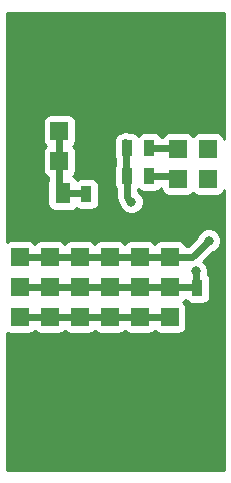
<source format=gbr>
G04 #@! TF.FileFunction,Copper,L2,Bot,Signal*
%FSLAX46Y46*%
G04 Gerber Fmt 4.6, Leading zero omitted, Abs format (unit mm)*
G04 Created by KiCad (PCBNEW 4.0.1-stable) date 20. 4. 2016 8:51:44*
%MOMM*%
G01*
G04 APERTURE LIST*
%ADD10C,0.500000*%
%ADD11R,0.889000X1.397000*%
%ADD12R,1.300480X1.699260*%
%ADD13R,1.524000X1.524000*%
%ADD14C,6.000000*%
%ADD15C,0.800000*%
%ADD16C,0.600000*%
%ADD17C,0.254000*%
G04 APERTURE END LIST*
D10*
D11*
X7683500Y24320500D03*
X9588500Y24320500D03*
X17081500Y16383000D03*
X18986500Y16383000D03*
D12*
X2186940Y24384000D03*
X5687060Y24384000D03*
D13*
X2857500Y27114500D03*
X2857500Y29654500D03*
X5397500Y27114500D03*
X5397500Y29654500D03*
X7937500Y27114500D03*
X7937500Y29654500D03*
X12192000Y21526500D03*
X14732000Y21526500D03*
X12192000Y18986500D03*
X14732000Y18986500D03*
X12192000Y16446500D03*
X14732000Y16446500D03*
X12192000Y13906500D03*
X14732000Y13906500D03*
X12192000Y11366500D03*
X14732000Y11366500D03*
X7112000Y21526500D03*
X9652000Y21526500D03*
X7112000Y18986500D03*
X9652000Y18986500D03*
X7112000Y16446500D03*
X9652000Y16446500D03*
X7112000Y13906500D03*
X9652000Y13906500D03*
X7112000Y11366500D03*
X9652000Y11366500D03*
X2032000Y21526500D03*
X4572000Y21526500D03*
X2032000Y18986500D03*
X4572000Y18986500D03*
X2032000Y16446500D03*
X4572000Y16446500D03*
X2032000Y13906500D03*
X4572000Y13906500D03*
X2032000Y11366500D03*
X4572000Y11366500D03*
X17970500Y28130500D03*
X15430500Y28130500D03*
X17970500Y25590500D03*
X15430500Y25590500D03*
D11*
X11112500Y28194000D03*
X13017500Y28194000D03*
X11112500Y25844500D03*
X13017500Y25844500D03*
D14*
X5080000Y35560000D03*
X15240000Y35560000D03*
X15240000Y5080000D03*
X5080000Y5080000D03*
D15*
X16954500Y17780000D03*
X11493500Y23685500D03*
X11493500Y23685500D03*
X18034000Y20383500D03*
D16*
X16954500Y17780000D02*
X16954500Y16510000D01*
X16954500Y16510000D02*
X17081500Y16383000D01*
X16891000Y16573500D02*
X17081500Y16383000D01*
X11112500Y25844500D02*
X11112500Y24066500D01*
X11112500Y24066500D02*
X11493500Y23685500D01*
X14732000Y16446500D02*
X17018000Y16446500D01*
X17018000Y16446500D02*
X17081500Y16383000D01*
X7112000Y16446500D02*
X14732000Y16446500D01*
D10*
X7112000Y16446500D02*
X8001000Y16446500D01*
X8001000Y16446500D02*
X9652000Y16446500D01*
D16*
X4572000Y16446500D02*
X8001000Y16446500D01*
X2032000Y16446500D02*
X4572000Y16446500D01*
X11049000Y28638500D02*
X11049000Y26225500D01*
X10985500Y28702000D02*
X11049000Y28638500D01*
X5687060Y24384000D02*
X7620000Y24384000D01*
X7620000Y24384000D02*
X7683500Y24320500D01*
X5397500Y27114500D02*
X5397500Y24673560D01*
X5397500Y24673560D02*
X5687060Y24384000D01*
X5397500Y29654500D02*
X5397500Y27114500D01*
D10*
X12192000Y16446500D02*
X14732000Y16446500D01*
X9652000Y16446500D02*
X12192000Y16446500D01*
X4572000Y16446500D02*
X7112000Y16446500D01*
D16*
X14732000Y18986500D02*
X16637000Y18986500D01*
X16637000Y18986500D02*
X18034000Y20383500D01*
X9652000Y18986500D02*
X12192000Y18986500D01*
X7112000Y18986500D02*
X9652000Y18986500D01*
X4572000Y18986500D02*
X7112000Y18986500D01*
X2032000Y18986500D02*
X4572000Y18986500D01*
D10*
X3683000Y18986500D02*
X4572000Y18986500D01*
D16*
X2032000Y18986500D02*
X3683000Y18986500D01*
X14732000Y18986500D02*
X12192000Y18986500D01*
X2032000Y13906500D02*
X14732000Y13906500D01*
D10*
X12192000Y13906500D02*
X14732000Y13906500D01*
X9652000Y13906500D02*
X12192000Y13906500D01*
X7112000Y13906500D02*
X9652000Y13906500D01*
X4572000Y13906500D02*
X7112000Y13906500D01*
X2032000Y13906500D02*
X4572000Y13906500D01*
D16*
X13017500Y28194000D02*
X15367000Y28194000D01*
X15367000Y28194000D02*
X15430500Y28130500D01*
X13017500Y25844500D02*
X15176500Y25844500D01*
X15176500Y25844500D02*
X15430500Y25590500D01*
D17*
G36*
X19356000Y29019730D02*
X19335662Y29127817D01*
X19196590Y29343941D01*
X18984390Y29488931D01*
X18732500Y29539940D01*
X17208500Y29539940D01*
X16973183Y29495662D01*
X16757059Y29356590D01*
X16701126Y29274730D01*
X16656590Y29343941D01*
X16444390Y29488931D01*
X16192500Y29539940D01*
X14668500Y29539940D01*
X14433183Y29495662D01*
X14217059Y29356590D01*
X14072069Y29144390D01*
X14068952Y29129000D01*
X14064401Y29129000D01*
X13926090Y29343941D01*
X13713890Y29488931D01*
X13462000Y29539940D01*
X12573000Y29539940D01*
X12337683Y29495662D01*
X12121559Y29356590D01*
X12065626Y29274730D01*
X12021090Y29343941D01*
X11808890Y29488931D01*
X11557000Y29539940D01*
X11382052Y29539940D01*
X11343309Y29565827D01*
X10985500Y29637000D01*
X10627691Y29565827D01*
X10557960Y29519235D01*
X10432683Y29495662D01*
X10216559Y29356590D01*
X10071569Y29144390D01*
X10020560Y28892500D01*
X10020560Y27495500D01*
X10064838Y27260183D01*
X10114000Y27183783D01*
X10114000Y26856990D01*
X10071569Y26794890D01*
X10020560Y26543000D01*
X10020560Y25146000D01*
X10064838Y24910683D01*
X10177500Y24735601D01*
X10177500Y24066500D01*
X10248673Y23708691D01*
X10451355Y23405355D01*
X10516158Y23340552D01*
X10615558Y23099985D01*
X10906454Y22808581D01*
X11286723Y22650680D01*
X11698471Y22650321D01*
X12079015Y22807558D01*
X12370419Y23098454D01*
X12528320Y23478723D01*
X12528679Y23890471D01*
X12371442Y24271015D01*
X12080546Y24562419D01*
X12047500Y24576141D01*
X12047500Y24739075D01*
X12064374Y24763770D01*
X12108910Y24694559D01*
X12321110Y24549569D01*
X12573000Y24498560D01*
X13462000Y24498560D01*
X13697317Y24542838D01*
X13913441Y24681910D01*
X14021060Y24839416D01*
X14021060Y24828500D01*
X14065338Y24593183D01*
X14204410Y24377059D01*
X14416610Y24232069D01*
X14668500Y24181060D01*
X16192500Y24181060D01*
X16427817Y24225338D01*
X16643941Y24364410D01*
X16699874Y24446270D01*
X16744410Y24377059D01*
X16956610Y24232069D01*
X17208500Y24181060D01*
X18732500Y24181060D01*
X18967817Y24225338D01*
X19183941Y24364410D01*
X19328931Y24576610D01*
X19356000Y24710281D01*
X19356000Y964000D01*
X964000Y964000D01*
X964000Y12585041D01*
X1018110Y12548069D01*
X1270000Y12497060D01*
X2794000Y12497060D01*
X3029317Y12541338D01*
X3245441Y12680410D01*
X3301374Y12762270D01*
X3345910Y12693059D01*
X3558110Y12548069D01*
X3810000Y12497060D01*
X5334000Y12497060D01*
X5569317Y12541338D01*
X5785441Y12680410D01*
X5841374Y12762270D01*
X5885910Y12693059D01*
X6098110Y12548069D01*
X6350000Y12497060D01*
X7874000Y12497060D01*
X8109317Y12541338D01*
X8325441Y12680410D01*
X8381374Y12762270D01*
X8425910Y12693059D01*
X8638110Y12548069D01*
X8890000Y12497060D01*
X10414000Y12497060D01*
X10649317Y12541338D01*
X10865441Y12680410D01*
X10921374Y12762270D01*
X10965910Y12693059D01*
X11178110Y12548069D01*
X11430000Y12497060D01*
X12954000Y12497060D01*
X13189317Y12541338D01*
X13405441Y12680410D01*
X13461374Y12762270D01*
X13505910Y12693059D01*
X13718110Y12548069D01*
X13970000Y12497060D01*
X15494000Y12497060D01*
X15729317Y12541338D01*
X15945441Y12680410D01*
X16090431Y12892610D01*
X16141440Y13144500D01*
X16141440Y14668500D01*
X16097162Y14903817D01*
X15958090Y15119941D01*
X15876230Y15175874D01*
X15945441Y15220410D01*
X16066778Y15397993D01*
X16172910Y15233059D01*
X16385110Y15088069D01*
X16637000Y15037060D01*
X17526000Y15037060D01*
X17761317Y15081338D01*
X17977441Y15220410D01*
X18122431Y15432610D01*
X18173440Y15684500D01*
X18173440Y17081500D01*
X18129162Y17316817D01*
X17990090Y17532941D01*
X17976460Y17542254D01*
X17989320Y17573223D01*
X17989679Y17984971D01*
X17832442Y18365515D01*
X17585589Y18612799D01*
X18378948Y19406158D01*
X18619515Y19505558D01*
X18910919Y19796454D01*
X19068820Y20176723D01*
X19069179Y20588471D01*
X18911942Y20969015D01*
X18621046Y21260419D01*
X18240777Y21418320D01*
X17829029Y21418679D01*
X17448485Y21261442D01*
X17157081Y20970546D01*
X17056479Y20728269D01*
X16249710Y19921500D01*
X16108888Y19921500D01*
X16097162Y19983817D01*
X15958090Y20199941D01*
X15745890Y20344931D01*
X15494000Y20395940D01*
X13970000Y20395940D01*
X13734683Y20351662D01*
X13518559Y20212590D01*
X13462626Y20130730D01*
X13418090Y20199941D01*
X13205890Y20344931D01*
X12954000Y20395940D01*
X11430000Y20395940D01*
X11194683Y20351662D01*
X10978559Y20212590D01*
X10922626Y20130730D01*
X10878090Y20199941D01*
X10665890Y20344931D01*
X10414000Y20395940D01*
X8890000Y20395940D01*
X8654683Y20351662D01*
X8438559Y20212590D01*
X8382626Y20130730D01*
X8338090Y20199941D01*
X8125890Y20344931D01*
X7874000Y20395940D01*
X6350000Y20395940D01*
X6114683Y20351662D01*
X5898559Y20212590D01*
X5842626Y20130730D01*
X5798090Y20199941D01*
X5585890Y20344931D01*
X5334000Y20395940D01*
X3810000Y20395940D01*
X3574683Y20351662D01*
X3358559Y20212590D01*
X3302626Y20130730D01*
X3258090Y20199941D01*
X3045890Y20344931D01*
X2794000Y20395940D01*
X1270000Y20395940D01*
X1034683Y20351662D01*
X964000Y20306179D01*
X964000Y30416500D01*
X3988060Y30416500D01*
X3988060Y28892500D01*
X4032338Y28657183D01*
X4171410Y28441059D01*
X4253270Y28385126D01*
X4184059Y28340590D01*
X4039069Y28128390D01*
X3988060Y27876500D01*
X3988060Y26352500D01*
X4032338Y26117183D01*
X4171410Y25901059D01*
X4383610Y25756069D01*
X4462500Y25740093D01*
X4462500Y25517881D01*
X4440389Y25485520D01*
X4389380Y25233630D01*
X4389380Y23534370D01*
X4433658Y23299053D01*
X4572730Y23082929D01*
X4784930Y22937939D01*
X5036820Y22886930D01*
X6337300Y22886930D01*
X6572617Y22931208D01*
X6788741Y23070280D01*
X6831049Y23132201D01*
X6987110Y23025569D01*
X7239000Y22974560D01*
X8128000Y22974560D01*
X8363317Y23018838D01*
X8579441Y23157910D01*
X8724431Y23370110D01*
X8775440Y23622000D01*
X8775440Y25019000D01*
X8731162Y25254317D01*
X8592090Y25470441D01*
X8379890Y25615431D01*
X8128000Y25666440D01*
X7239000Y25666440D01*
X7003683Y25622162D01*
X6889253Y25548528D01*
X6801390Y25685071D01*
X6589190Y25830061D01*
X6536763Y25840678D01*
X6610941Y25888410D01*
X6755931Y26100610D01*
X6806940Y26352500D01*
X6806940Y27876500D01*
X6762662Y28111817D01*
X6623590Y28327941D01*
X6541730Y28383874D01*
X6610941Y28428410D01*
X6755931Y28640610D01*
X6806940Y28892500D01*
X6806940Y30416500D01*
X6762662Y30651817D01*
X6623590Y30867941D01*
X6411390Y31012931D01*
X6159500Y31063940D01*
X4635500Y31063940D01*
X4400183Y31019662D01*
X4184059Y30880590D01*
X4039069Y30668390D01*
X3988060Y30416500D01*
X964000Y30416500D01*
X964000Y39676000D01*
X19356000Y39676000D01*
X19356000Y29019730D01*
X19356000Y29019730D01*
G37*
X19356000Y29019730D02*
X19335662Y29127817D01*
X19196590Y29343941D01*
X18984390Y29488931D01*
X18732500Y29539940D01*
X17208500Y29539940D01*
X16973183Y29495662D01*
X16757059Y29356590D01*
X16701126Y29274730D01*
X16656590Y29343941D01*
X16444390Y29488931D01*
X16192500Y29539940D01*
X14668500Y29539940D01*
X14433183Y29495662D01*
X14217059Y29356590D01*
X14072069Y29144390D01*
X14068952Y29129000D01*
X14064401Y29129000D01*
X13926090Y29343941D01*
X13713890Y29488931D01*
X13462000Y29539940D01*
X12573000Y29539940D01*
X12337683Y29495662D01*
X12121559Y29356590D01*
X12065626Y29274730D01*
X12021090Y29343941D01*
X11808890Y29488931D01*
X11557000Y29539940D01*
X11382052Y29539940D01*
X11343309Y29565827D01*
X10985500Y29637000D01*
X10627691Y29565827D01*
X10557960Y29519235D01*
X10432683Y29495662D01*
X10216559Y29356590D01*
X10071569Y29144390D01*
X10020560Y28892500D01*
X10020560Y27495500D01*
X10064838Y27260183D01*
X10114000Y27183783D01*
X10114000Y26856990D01*
X10071569Y26794890D01*
X10020560Y26543000D01*
X10020560Y25146000D01*
X10064838Y24910683D01*
X10177500Y24735601D01*
X10177500Y24066500D01*
X10248673Y23708691D01*
X10451355Y23405355D01*
X10516158Y23340552D01*
X10615558Y23099985D01*
X10906454Y22808581D01*
X11286723Y22650680D01*
X11698471Y22650321D01*
X12079015Y22807558D01*
X12370419Y23098454D01*
X12528320Y23478723D01*
X12528679Y23890471D01*
X12371442Y24271015D01*
X12080546Y24562419D01*
X12047500Y24576141D01*
X12047500Y24739075D01*
X12064374Y24763770D01*
X12108910Y24694559D01*
X12321110Y24549569D01*
X12573000Y24498560D01*
X13462000Y24498560D01*
X13697317Y24542838D01*
X13913441Y24681910D01*
X14021060Y24839416D01*
X14021060Y24828500D01*
X14065338Y24593183D01*
X14204410Y24377059D01*
X14416610Y24232069D01*
X14668500Y24181060D01*
X16192500Y24181060D01*
X16427817Y24225338D01*
X16643941Y24364410D01*
X16699874Y24446270D01*
X16744410Y24377059D01*
X16956610Y24232069D01*
X17208500Y24181060D01*
X18732500Y24181060D01*
X18967817Y24225338D01*
X19183941Y24364410D01*
X19328931Y24576610D01*
X19356000Y24710281D01*
X19356000Y964000D01*
X964000Y964000D01*
X964000Y12585041D01*
X1018110Y12548069D01*
X1270000Y12497060D01*
X2794000Y12497060D01*
X3029317Y12541338D01*
X3245441Y12680410D01*
X3301374Y12762270D01*
X3345910Y12693059D01*
X3558110Y12548069D01*
X3810000Y12497060D01*
X5334000Y12497060D01*
X5569317Y12541338D01*
X5785441Y12680410D01*
X5841374Y12762270D01*
X5885910Y12693059D01*
X6098110Y12548069D01*
X6350000Y12497060D01*
X7874000Y12497060D01*
X8109317Y12541338D01*
X8325441Y12680410D01*
X8381374Y12762270D01*
X8425910Y12693059D01*
X8638110Y12548069D01*
X8890000Y12497060D01*
X10414000Y12497060D01*
X10649317Y12541338D01*
X10865441Y12680410D01*
X10921374Y12762270D01*
X10965910Y12693059D01*
X11178110Y12548069D01*
X11430000Y12497060D01*
X12954000Y12497060D01*
X13189317Y12541338D01*
X13405441Y12680410D01*
X13461374Y12762270D01*
X13505910Y12693059D01*
X13718110Y12548069D01*
X13970000Y12497060D01*
X15494000Y12497060D01*
X15729317Y12541338D01*
X15945441Y12680410D01*
X16090431Y12892610D01*
X16141440Y13144500D01*
X16141440Y14668500D01*
X16097162Y14903817D01*
X15958090Y15119941D01*
X15876230Y15175874D01*
X15945441Y15220410D01*
X16066778Y15397993D01*
X16172910Y15233059D01*
X16385110Y15088069D01*
X16637000Y15037060D01*
X17526000Y15037060D01*
X17761317Y15081338D01*
X17977441Y15220410D01*
X18122431Y15432610D01*
X18173440Y15684500D01*
X18173440Y17081500D01*
X18129162Y17316817D01*
X17990090Y17532941D01*
X17976460Y17542254D01*
X17989320Y17573223D01*
X17989679Y17984971D01*
X17832442Y18365515D01*
X17585589Y18612799D01*
X18378948Y19406158D01*
X18619515Y19505558D01*
X18910919Y19796454D01*
X19068820Y20176723D01*
X19069179Y20588471D01*
X18911942Y20969015D01*
X18621046Y21260419D01*
X18240777Y21418320D01*
X17829029Y21418679D01*
X17448485Y21261442D01*
X17157081Y20970546D01*
X17056479Y20728269D01*
X16249710Y19921500D01*
X16108888Y19921500D01*
X16097162Y19983817D01*
X15958090Y20199941D01*
X15745890Y20344931D01*
X15494000Y20395940D01*
X13970000Y20395940D01*
X13734683Y20351662D01*
X13518559Y20212590D01*
X13462626Y20130730D01*
X13418090Y20199941D01*
X13205890Y20344931D01*
X12954000Y20395940D01*
X11430000Y20395940D01*
X11194683Y20351662D01*
X10978559Y20212590D01*
X10922626Y20130730D01*
X10878090Y20199941D01*
X10665890Y20344931D01*
X10414000Y20395940D01*
X8890000Y20395940D01*
X8654683Y20351662D01*
X8438559Y20212590D01*
X8382626Y20130730D01*
X8338090Y20199941D01*
X8125890Y20344931D01*
X7874000Y20395940D01*
X6350000Y20395940D01*
X6114683Y20351662D01*
X5898559Y20212590D01*
X5842626Y20130730D01*
X5798090Y20199941D01*
X5585890Y20344931D01*
X5334000Y20395940D01*
X3810000Y20395940D01*
X3574683Y20351662D01*
X3358559Y20212590D01*
X3302626Y20130730D01*
X3258090Y20199941D01*
X3045890Y20344931D01*
X2794000Y20395940D01*
X1270000Y20395940D01*
X1034683Y20351662D01*
X964000Y20306179D01*
X964000Y30416500D01*
X3988060Y30416500D01*
X3988060Y28892500D01*
X4032338Y28657183D01*
X4171410Y28441059D01*
X4253270Y28385126D01*
X4184059Y28340590D01*
X4039069Y28128390D01*
X3988060Y27876500D01*
X3988060Y26352500D01*
X4032338Y26117183D01*
X4171410Y25901059D01*
X4383610Y25756069D01*
X4462500Y25740093D01*
X4462500Y25517881D01*
X4440389Y25485520D01*
X4389380Y25233630D01*
X4389380Y23534370D01*
X4433658Y23299053D01*
X4572730Y23082929D01*
X4784930Y22937939D01*
X5036820Y22886930D01*
X6337300Y22886930D01*
X6572617Y22931208D01*
X6788741Y23070280D01*
X6831049Y23132201D01*
X6987110Y23025569D01*
X7239000Y22974560D01*
X8128000Y22974560D01*
X8363317Y23018838D01*
X8579441Y23157910D01*
X8724431Y23370110D01*
X8775440Y23622000D01*
X8775440Y25019000D01*
X8731162Y25254317D01*
X8592090Y25470441D01*
X8379890Y25615431D01*
X8128000Y25666440D01*
X7239000Y25666440D01*
X7003683Y25622162D01*
X6889253Y25548528D01*
X6801390Y25685071D01*
X6589190Y25830061D01*
X6536763Y25840678D01*
X6610941Y25888410D01*
X6755931Y26100610D01*
X6806940Y26352500D01*
X6806940Y27876500D01*
X6762662Y28111817D01*
X6623590Y28327941D01*
X6541730Y28383874D01*
X6610941Y28428410D01*
X6755931Y28640610D01*
X6806940Y28892500D01*
X6806940Y30416500D01*
X6762662Y30651817D01*
X6623590Y30867941D01*
X6411390Y31012931D01*
X6159500Y31063940D01*
X4635500Y31063940D01*
X4400183Y31019662D01*
X4184059Y30880590D01*
X4039069Y30668390D01*
X3988060Y30416500D01*
X964000Y30416500D01*
X964000Y39676000D01*
X19356000Y39676000D01*
X19356000Y29019730D01*
M02*

</source>
